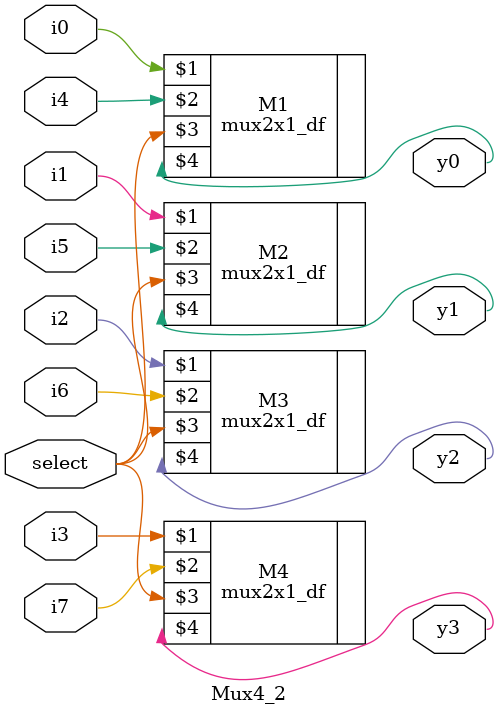
<source format=v>
module Mux4_2 (i0,i1,i2,i3,i4,i5,i6,i7,select,y0,y1,y2,y3);
input i0,i1,i2,i3,i4,i5,i6,i7,select;
output y0,y1,y2,y3;
mux2x1_df M1 (i0,i4,select,y0);
mux2x1_df M2 (i1,i5,select,y1);
mux2x1_df M3 (i2,i6,select,y2);
mux2x1_df M4 (i3,i7,select,y3);
endmodule





</source>
